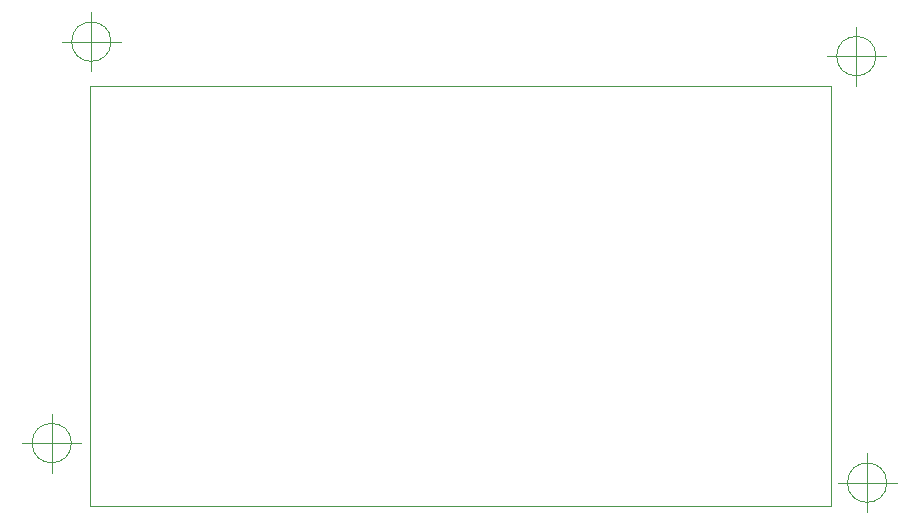
<source format=gbr>
%TF.GenerationSoftware,KiCad,Pcbnew,(5.1.7)-1*%
%TF.CreationDate,2020-11-23T17:16:41+01:00*%
%TF.ProjectId,control,636f6e74-726f-46c2-9e6b-696361645f70,rev?*%
%TF.SameCoordinates,Original*%
%TF.FileFunction,Profile,NP*%
%FSLAX46Y46*%
G04 Gerber Fmt 4.6, Leading zero omitted, Abs format (unit mm)*
G04 Created by KiCad (PCBNEW (5.1.7)-1) date 2020-11-23 17:16:41*
%MOMM*%
%LPD*%
G01*
G04 APERTURE LIST*
%TA.AperFunction,Profile*%
%ADD10C,0.050000*%
%TD*%
G04 APERTURE END LIST*
D10*
X108245066Y-62534800D02*
G75*
G03*
X108245066Y-62534800I-1666666J0D01*
G01*
X104078400Y-62534800D02*
X109078400Y-62534800D01*
X106578400Y-60034800D02*
X106578400Y-65034800D01*
X104892266Y-96520000D02*
G75*
G03*
X104892266Y-96520000I-1666666J0D01*
G01*
X100725600Y-96520000D02*
X105725600Y-96520000D01*
X103225600Y-94020000D02*
X103225600Y-99020000D01*
X173929466Y-99872800D02*
G75*
G03*
X173929466Y-99872800I-1666666J0D01*
G01*
X169762800Y-99872800D02*
X174762800Y-99872800D01*
X172262800Y-97372800D02*
X172262800Y-102372800D01*
X173015066Y-63754000D02*
G75*
G03*
X173015066Y-63754000I-1666666J0D01*
G01*
X168848400Y-63754000D02*
X173848400Y-63754000D01*
X171348400Y-61254000D02*
X171348400Y-66254000D01*
X106426000Y-101854000D02*
X106426000Y-66294000D01*
X169164000Y-101854000D02*
X106426000Y-101854000D01*
X169164000Y-66294000D02*
X169164000Y-101854000D01*
X106426000Y-66294000D02*
X169164000Y-66294000D01*
M02*

</source>
